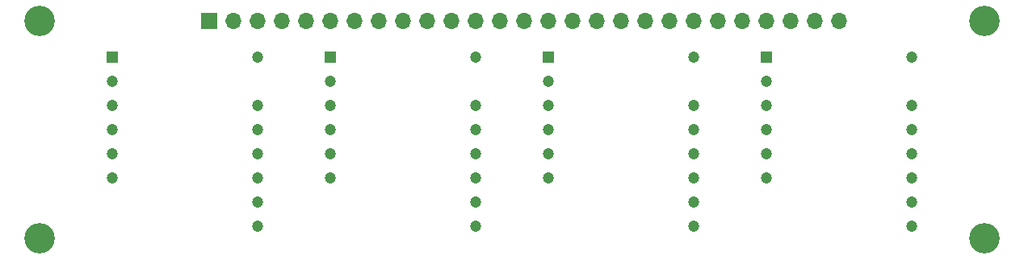
<source format=gbs>
%TF.GenerationSoftware,KiCad,Pcbnew,(6.0.0)*%
%TF.CreationDate,2022-03-13T21:01:20-04:00*%
%TF.ProjectId,panel meter display rev1,70616e65-6c20-46d6-9574-657220646973,rev?*%
%TF.SameCoordinates,Original*%
%TF.FileFunction,Soldermask,Bot*%
%TF.FilePolarity,Negative*%
%FSLAX46Y46*%
G04 Gerber Fmt 4.6, Leading zero omitted, Abs format (unit mm)*
G04 Created by KiCad (PCBNEW (6.0.0)) date 2022-03-13 21:01:20*
%MOMM*%
%LPD*%
G01*
G04 APERTURE LIST*
%ADD10C,3.200000*%
%ADD11R,1.200000X1.200000*%
%ADD12C,1.200000*%
%ADD13R,1.700000X1.700000*%
%ADD14O,1.700000X1.700000*%
G04 APERTURE END LIST*
D10*
%TO.C,REF\u002A\u002A*%
X187960000Y-46990000D03*
%TD*%
D11*
%TO.C,DS2*%
X119380000Y-27940000D03*
D12*
X119380000Y-30480000D03*
X119380000Y-33020000D03*
X119380000Y-35560000D03*
X119380000Y-38100000D03*
X119380000Y-40640000D03*
X134620000Y-45720000D03*
X134620000Y-43180000D03*
X134620000Y-40640000D03*
X134620000Y-38100000D03*
X134620000Y-35560000D03*
X134620000Y-33020000D03*
X134620000Y-27940000D03*
%TD*%
D10*
%TO.C,REF\u002A\u002A*%
X88900000Y-24130000D03*
%TD*%
D11*
%TO.C,DS4*%
X165100000Y-27940000D03*
D12*
X165100000Y-30480000D03*
X165100000Y-33020000D03*
X165100000Y-35560000D03*
X165100000Y-38100000D03*
X165100000Y-40640000D03*
X180340000Y-45720000D03*
X180340000Y-43180000D03*
X180340000Y-40640000D03*
X180340000Y-38100000D03*
X180340000Y-35560000D03*
X180340000Y-33020000D03*
X180340000Y-27940000D03*
%TD*%
D11*
%TO.C,DS1*%
X96520000Y-27940000D03*
D12*
X96520000Y-30480000D03*
X96520000Y-33020000D03*
X96520000Y-35560000D03*
X96520000Y-38100000D03*
X96520000Y-40640000D03*
X111760000Y-45720000D03*
X111760000Y-43180000D03*
X111760000Y-40640000D03*
X111760000Y-38100000D03*
X111760000Y-35560000D03*
X111760000Y-33020000D03*
X111760000Y-27940000D03*
%TD*%
D10*
%TO.C,REF\u002A\u002A*%
X88900000Y-46990000D03*
%TD*%
D11*
%TO.C,DS3*%
X142240000Y-27940000D03*
D12*
X142240000Y-30480000D03*
X142240000Y-33020000D03*
X142240000Y-35560000D03*
X142240000Y-38100000D03*
X142240000Y-40640000D03*
X157480000Y-45720000D03*
X157480000Y-43180000D03*
X157480000Y-40640000D03*
X157480000Y-38100000D03*
X157480000Y-35560000D03*
X157480000Y-33020000D03*
X157480000Y-27940000D03*
%TD*%
D10*
%TO.C,REF\u002A\u002A*%
X187960000Y-24130000D03*
%TD*%
D13*
%TO.C,J1*%
X106680000Y-24130000D03*
D14*
X109220000Y-24130000D03*
X111760000Y-24130000D03*
X114300000Y-24130000D03*
X116840000Y-24130000D03*
X119380000Y-24130000D03*
X121920000Y-24130000D03*
X124460000Y-24130000D03*
X127000000Y-24130000D03*
X129540000Y-24130000D03*
X132080000Y-24130000D03*
X134620000Y-24130000D03*
X137160000Y-24130000D03*
X139700000Y-24130000D03*
X142240000Y-24130000D03*
X144780000Y-24130000D03*
X147320000Y-24130000D03*
X149860000Y-24130000D03*
X152400000Y-24130000D03*
X154940000Y-24130000D03*
X157480000Y-24130000D03*
X160020000Y-24130000D03*
X162560000Y-24130000D03*
X165100000Y-24130000D03*
X167640000Y-24130000D03*
X170180000Y-24130000D03*
X172720000Y-24130000D03*
%TD*%
M02*

</source>
